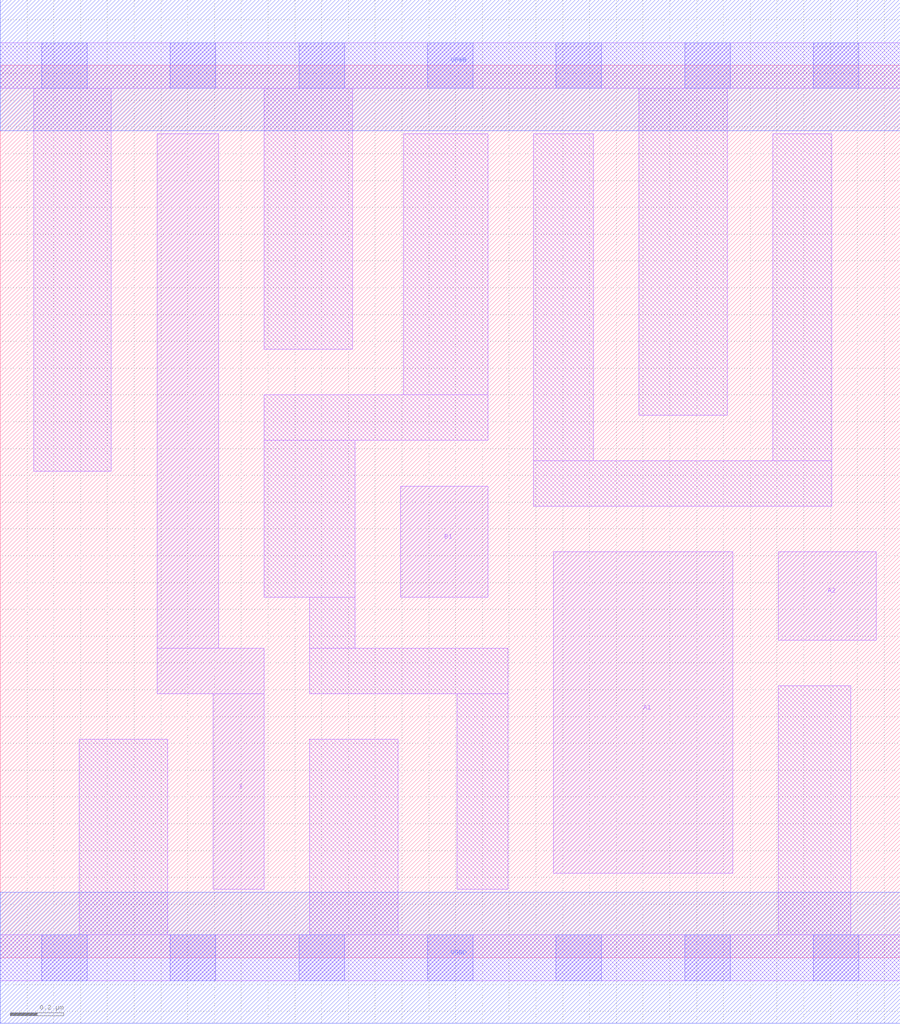
<source format=lef>
# Copyright 2020 The SkyWater PDK Authors
#
# Licensed under the Apache License, Version 2.0 (the "License");
# you may not use this file except in compliance with the License.
# You may obtain a copy of the License at
#
#     https://www.apache.org/licenses/LICENSE-2.0
#
# Unless required by applicable law or agreed to in writing, software
# distributed under the License is distributed on an "AS IS" BASIS,
# WITHOUT WARRANTIES OR CONDITIONS OF ANY KIND, either express or implied.
# See the License for the specific language governing permissions and
# limitations under the License.
#
# SPDX-License-Identifier: Apache-2.0

VERSION 5.7 ;
  NAMESCASESENSITIVE ON ;
  NOWIREEXTENSIONATPIN ON ;
  DIVIDERCHAR "/" ;
  BUSBITCHARS "[]" ;
UNITS
  DATABASE MICRONS 200 ;
END UNITS
MACRO sky130_fd_sc_lp__a21o_2
  CLASS CORE ;
  SOURCE USER ;
  FOREIGN sky130_fd_sc_lp__a21o_2 ;
  ORIGIN  0.000000  0.000000 ;
  SIZE  3.360000 BY  3.330000 ;
  SYMMETRY X Y R90 ;
  SITE unit ;
  PIN A1
    ANTENNAGATEAREA  0.315000 ;
    DIRECTION INPUT ;
    USE SIGNAL ;
    PORT
      LAYER li1 ;
        RECT 2.065000 0.315000 2.735000 1.515000 ;
    END
  END A1
  PIN A2
    ANTENNAGATEAREA  0.315000 ;
    DIRECTION INPUT ;
    USE SIGNAL ;
    PORT
      LAYER li1 ;
        RECT 2.905000 1.185000 3.270000 1.515000 ;
    END
  END A2
  PIN B1
    ANTENNAGATEAREA  0.315000 ;
    DIRECTION INPUT ;
    USE SIGNAL ;
    PORT
      LAYER li1 ;
        RECT 1.495000 1.345000 1.820000 1.760000 ;
    END
  END B1
  PIN X
    ANTENNADIFFAREA  0.588000 ;
    DIRECTION OUTPUT ;
    USE SIGNAL ;
    PORT
      LAYER li1 ;
        RECT 0.585000 0.985000 0.985000 1.155000 ;
        RECT 0.585000 1.155000 0.815000 3.075000 ;
        RECT 0.795000 0.255000 0.985000 0.985000 ;
    END
  END X
  PIN VGND
    DIRECTION INOUT ;
    USE GROUND ;
    PORT
      LAYER met1 ;
        RECT 0.000000 -0.245000 3.360000 0.245000 ;
    END
  END VGND
  PIN VPWR
    DIRECTION INOUT ;
    USE POWER ;
    PORT
      LAYER met1 ;
        RECT 0.000000 3.085000 3.360000 3.575000 ;
    END
  END VPWR
  OBS
    LAYER li1 ;
      RECT 0.000000 -0.085000 3.360000 0.085000 ;
      RECT 0.000000  3.245000 3.360000 3.415000 ;
      RECT 0.125000  1.815000 0.415000 3.245000 ;
      RECT 0.295000  0.085000 0.625000 0.815000 ;
      RECT 0.985000  1.345000 1.325000 1.930000 ;
      RECT 0.985000  1.930000 1.820000 2.100000 ;
      RECT 0.985000  2.270000 1.315000 3.245000 ;
      RECT 1.155000  0.085000 1.485000 0.815000 ;
      RECT 1.155000  0.985000 1.895000 1.155000 ;
      RECT 1.155000  1.155000 1.325000 1.345000 ;
      RECT 1.505000  2.100000 1.820000 3.075000 ;
      RECT 1.705000  0.255000 1.895000 0.985000 ;
      RECT 1.990000  1.685000 3.105000 1.855000 ;
      RECT 1.990000  1.855000 2.215000 3.075000 ;
      RECT 2.385000  2.025000 2.715000 3.245000 ;
      RECT 2.885000  1.855000 3.105000 3.075000 ;
      RECT 2.905000  0.085000 3.175000 1.015000 ;
    LAYER mcon ;
      RECT 0.155000 -0.085000 0.325000 0.085000 ;
      RECT 0.155000  3.245000 0.325000 3.415000 ;
      RECT 0.635000 -0.085000 0.805000 0.085000 ;
      RECT 0.635000  3.245000 0.805000 3.415000 ;
      RECT 1.115000 -0.085000 1.285000 0.085000 ;
      RECT 1.115000  3.245000 1.285000 3.415000 ;
      RECT 1.595000 -0.085000 1.765000 0.085000 ;
      RECT 1.595000  3.245000 1.765000 3.415000 ;
      RECT 2.075000 -0.085000 2.245000 0.085000 ;
      RECT 2.075000  3.245000 2.245000 3.415000 ;
      RECT 2.555000 -0.085000 2.725000 0.085000 ;
      RECT 2.555000  3.245000 2.725000 3.415000 ;
      RECT 3.035000 -0.085000 3.205000 0.085000 ;
      RECT 3.035000  3.245000 3.205000 3.415000 ;
  END
END sky130_fd_sc_lp__a21o_2

</source>
